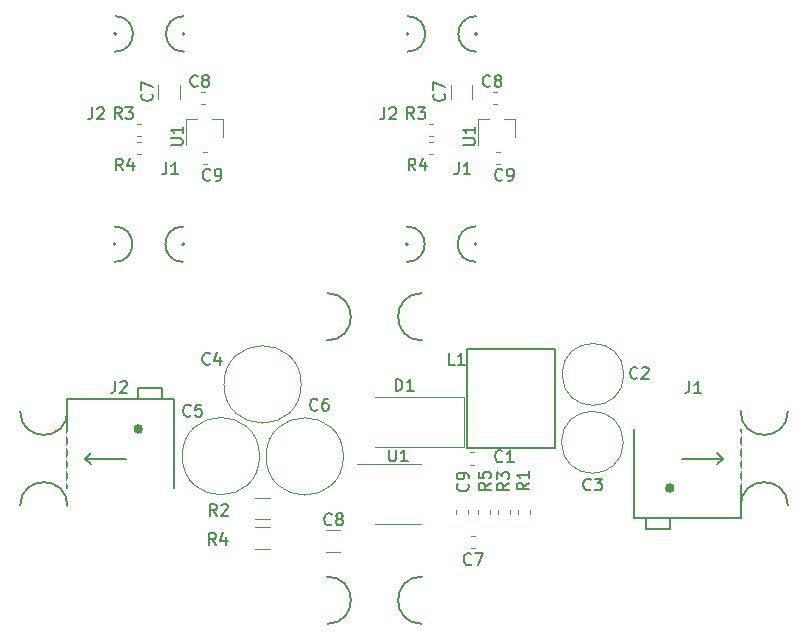
<source format=gbr>
%TF.GenerationSoftware,KiCad,Pcbnew,(5.1.0-1220-ga833aeeac)*%
%TF.CreationDate,2019-07-10T01:08:44+03:00*%
%TF.ProjectId,proto_II_panel,70726f74-6f5f-4494-995f-70616e656c2e,rev?*%
%TF.SameCoordinates,Original*%
%TF.FileFunction,Legend,Top*%
%TF.FilePolarity,Positive*%
%FSLAX46Y46*%
G04 Gerber Fmt 4.6, Leading zero omitted, Abs format (unit mm)*
G04 Created by KiCad (PCBNEW (5.1.0-1220-ga833aeeac)) date 2019-07-10 01:08:44*
%MOMM*%
%LPD*%
G04 APERTURE LIST*
%ADD10C,0.150000*%
%ADD11C,0.120000*%
%ADD12C,0.400000*%
%ADD13C,0.500000*%
%ADD14C,0.160000*%
%ADD15C,0.950000*%
%ADD16C,0.875000*%
%ADD17R,0.800000X0.900000*%
%ADD18C,1.000000*%
%ADD19C,1.425000*%
%ADD20R,4.000000X1.000000*%
%ADD21C,0.650000*%
%ADD22C,0.600000*%
%ADD23R,2.200000X1.600000*%
%ADD24C,1.524000*%
%ADD25C,1.676868*%
%ADD26C,1.600000*%
G04 APERTURE END LIST*
D10*
X80900000Y-54550000D02*
G75*
G03X80900000Y-54550000I-100000J0D01*
G01*
X86700000Y-54550000D02*
G75*
G03X86700000Y-54550000I-100000J0D01*
G01*
X86600000Y-56050000D02*
G75*
G02X86600000Y-53050000I0J1500000D01*
G01*
X80800000Y-53050000D02*
G75*
G02X80800000Y-56050000I0J-1500000D01*
G01*
X86650000Y-72350000D02*
G75*
G03X86650000Y-72350000I-100000J0D01*
G01*
X80850000Y-72350000D02*
G75*
G03X80850000Y-72350000I-100000J0D01*
G01*
X80750000Y-70850000D02*
G75*
G02X80750000Y-73850000I0J-1500000D01*
G01*
X86550000Y-73850000D02*
G75*
G02X86550000Y-70850000I0J1500000D01*
G01*
D11*
X82653733Y-64685000D02*
X82996267Y-64685000D01*
X82653733Y-63665000D02*
X82996267Y-63665000D01*
X82653733Y-63160000D02*
X82996267Y-63160000D01*
X82653733Y-62140000D02*
X82996267Y-62140000D01*
X88049722Y-60485000D02*
X88375280Y-60485000D01*
X88049722Y-59465000D02*
X88375280Y-59465000D01*
X88587779Y-64540000D02*
X88262221Y-64540000D01*
X88587779Y-65560000D02*
X88262221Y-65560000D01*
X89915356Y-61790000D02*
X89915356Y-63250000D01*
X86755356Y-61790000D02*
X86755356Y-63950000D01*
X86755356Y-61790000D02*
X87685356Y-61790000D01*
X89915356Y-61790000D02*
X88985356Y-61790000D01*
X86260000Y-60039564D02*
X86260000Y-58835436D01*
X84440000Y-60039564D02*
X84440000Y-58835436D01*
D10*
X56050000Y-53050000D02*
G75*
G02X56050000Y-56050000I0J-1500000D01*
G01*
X61850000Y-56050000D02*
G75*
G02X61850000Y-53050000I0J1500000D01*
G01*
X61950000Y-54550000D02*
G75*
G03X61950000Y-54550000I-100000J0D01*
G01*
X56150000Y-54550000D02*
G75*
G03X56150000Y-54550000I-100000J0D01*
G01*
X61800000Y-73850000D02*
G75*
G02X61800000Y-70850000I0J1500000D01*
G01*
X56000000Y-70850000D02*
G75*
G02X56000000Y-73850000I0J-1500000D01*
G01*
X56100000Y-72350000D02*
G75*
G03X56100000Y-72350000I-100000J0D01*
G01*
X61900000Y-72350000D02*
G75*
G03X61900000Y-72350000I-100000J0D01*
G01*
D11*
X59690000Y-60039564D02*
X59690000Y-58835436D01*
X61510000Y-60039564D02*
X61510000Y-58835436D01*
X65165356Y-61790000D02*
X64235356Y-61790000D01*
X62005356Y-61790000D02*
X62935356Y-61790000D01*
X62005356Y-61790000D02*
X62005356Y-63950000D01*
X65165356Y-61790000D02*
X65165356Y-63250000D01*
X63837779Y-65560000D02*
X63512221Y-65560000D01*
X63837779Y-64540000D02*
X63512221Y-64540000D01*
X63299722Y-59465000D02*
X63625280Y-59465000D01*
X63299722Y-60485000D02*
X63625280Y-60485000D01*
X57903733Y-62140000D02*
X58246267Y-62140000D01*
X57903733Y-63160000D02*
X58246267Y-63160000D01*
X57903733Y-63665000D02*
X58246267Y-63665000D01*
X57903733Y-64685000D02*
X58246267Y-64685000D01*
D10*
X74000000Y-100500000D02*
G75*
G02X74000000Y-104500000I0J-2000000D01*
G01*
X82000000Y-104500000D02*
G75*
G02X82000000Y-100500000I0J2000000D01*
G01*
X82000000Y-80500000D02*
G75*
G02X82000000Y-76500000I0J2000000D01*
G01*
X74000000Y-76500000D02*
G75*
G02X74000000Y-80500000I0J-2000000D01*
G01*
X109000000Y-94500000D02*
G75*
G02X113000000Y-94500000I2000000J0D01*
G01*
X113000000Y-86500000D02*
G75*
G02X109000000Y-86500000I-2000000J0D01*
G01*
X52000000Y-86500000D02*
G75*
G02X48000000Y-86500000I-2000000J0D01*
G01*
X48000000Y-94500000D02*
G75*
G02X52000000Y-94500000I2000000J0D01*
G01*
D11*
X80000000Y-90940000D02*
X76550000Y-90940000D01*
X80000000Y-90940000D02*
X81950000Y-90940000D01*
X80000000Y-96060000D02*
X78050000Y-96060000D01*
X80000000Y-96060000D02*
X81950000Y-96060000D01*
X87760000Y-95196267D02*
X87760000Y-94853733D01*
X86740000Y-95196267D02*
X86740000Y-94853733D01*
X69114564Y-96340000D02*
X67910436Y-96340000D01*
X69114564Y-98160000D02*
X67910436Y-98160000D01*
X89460000Y-95196267D02*
X89460000Y-94853733D01*
X88440000Y-95196267D02*
X88440000Y-94853733D01*
X67910436Y-95660000D02*
X69114564Y-95660000D01*
X67910436Y-93840000D02*
X69114564Y-93840000D01*
X90190000Y-94853733D02*
X90190000Y-95196267D01*
X91210000Y-94853733D02*
X91210000Y-95196267D01*
D10*
X85850000Y-81250000D02*
X93250000Y-81250000D01*
X93250000Y-89650000D02*
X85850000Y-89650000D01*
X93250000Y-81250000D02*
X93250000Y-89650000D01*
X85850000Y-89650000D02*
X85850000Y-81250000D01*
X58000000Y-84500000D02*
X58000000Y-85500000D01*
X60000000Y-84500000D02*
X58000000Y-84500000D01*
X60000000Y-85500000D02*
X60000000Y-84500000D01*
X61000000Y-85500000D02*
X52000000Y-85500000D01*
X52000000Y-85500000D02*
X52000000Y-93000000D01*
X61000000Y-85500000D02*
X61000000Y-93000000D01*
D12*
X58200000Y-88000000D02*
G75*
G03X58200000Y-88000000I-200000J0D01*
G01*
D10*
X57000000Y-90500000D02*
X53500000Y-90500000D01*
X53500000Y-90500000D02*
X54000000Y-90000000D01*
X54000000Y-90000000D02*
X53500000Y-90500000D01*
X53500000Y-90500000D02*
X54000000Y-91000000D01*
X103000000Y-96500000D02*
X103000000Y-95500000D01*
X101000000Y-96500000D02*
X103000000Y-96500000D01*
X101000000Y-95500000D02*
X101000000Y-96500000D01*
X100000000Y-95500000D02*
X109000000Y-95500000D01*
X109000000Y-95500000D02*
X109000000Y-88000000D01*
X100000000Y-95500000D02*
X100000000Y-88000000D01*
D12*
X103200000Y-93000000D02*
G75*
G03X103200000Y-93000000I-200000J0D01*
G01*
D10*
X104000000Y-90500000D02*
X107500000Y-90500000D01*
X107500000Y-90500000D02*
X107000000Y-91000000D01*
X107000000Y-91000000D02*
X107500000Y-90500000D01*
X107500000Y-90500000D02*
X107000000Y-90000000D01*
D11*
X85575000Y-89550000D02*
X78025000Y-89550000D01*
X85575000Y-85250000D02*
X78025000Y-85250000D01*
X85575000Y-89550000D02*
X85575000Y-85250000D01*
X85935000Y-95196267D02*
X85935000Y-94853733D01*
X84915000Y-95196267D02*
X84915000Y-94853733D01*
X75114564Y-96590000D02*
X73910436Y-96590000D01*
X75114564Y-98410000D02*
X73910436Y-98410000D01*
X86178733Y-98060000D02*
X86521267Y-98060000D01*
X86178733Y-97040000D02*
X86521267Y-97040000D01*
X75370000Y-90325000D02*
G75*
G03X75370000Y-90325000I-3270000J0D01*
G01*
X68270000Y-90300000D02*
G75*
G03X68270000Y-90300000I-3270000J0D01*
G01*
X71795000Y-84225000D02*
G75*
G03X71795000Y-84225000I-3270000J0D01*
G01*
X99070000Y-89125000D02*
G75*
G03X99070000Y-89125000I-2620000J0D01*
G01*
X99120000Y-83375000D02*
G75*
G03X99120000Y-83375000I-2620000J0D01*
G01*
X86446267Y-89990000D02*
X86103733Y-89990000D01*
X86446267Y-91010000D02*
X86103733Y-91010000D01*
D10*
X81458333Y-66102380D02*
X81125000Y-65626190D01*
X80886904Y-66102380D02*
X80886904Y-65102380D01*
X81267857Y-65102380D01*
X81363095Y-65150000D01*
X81410714Y-65197619D01*
X81458333Y-65292857D01*
X81458333Y-65435714D01*
X81410714Y-65530952D01*
X81363095Y-65578571D01*
X81267857Y-65626190D01*
X80886904Y-65626190D01*
X82315476Y-65435714D02*
X82315476Y-66102380D01*
X82077380Y-65054761D02*
X81839285Y-65769047D01*
X82458333Y-65769047D01*
X81333333Y-61752380D02*
X81000000Y-61276190D01*
X80761904Y-61752380D02*
X80761904Y-60752380D01*
X81142857Y-60752380D01*
X81238095Y-60800000D01*
X81285714Y-60847619D01*
X81333333Y-60942857D01*
X81333333Y-61085714D01*
X81285714Y-61180952D01*
X81238095Y-61228571D01*
X81142857Y-61276190D01*
X80761904Y-61276190D01*
X81666666Y-60752380D02*
X82285714Y-60752380D01*
X81952380Y-61133333D01*
X82095238Y-61133333D01*
X82190476Y-61180952D01*
X82238095Y-61228571D01*
X82285714Y-61323809D01*
X82285714Y-61561904D01*
X82238095Y-61657142D01*
X82190476Y-61704761D01*
X82095238Y-61752380D01*
X81809523Y-61752380D01*
X81714285Y-61704761D01*
X81666666Y-61657142D01*
X87783333Y-58932142D02*
X87735714Y-58979761D01*
X87592857Y-59027380D01*
X87497619Y-59027380D01*
X87354761Y-58979761D01*
X87259523Y-58884523D01*
X87211904Y-58789285D01*
X87164285Y-58598809D01*
X87164285Y-58455952D01*
X87211904Y-58265476D01*
X87259523Y-58170238D01*
X87354761Y-58075000D01*
X87497619Y-58027380D01*
X87592857Y-58027380D01*
X87735714Y-58075000D01*
X87783333Y-58122619D01*
X88354761Y-58455952D02*
X88259523Y-58408333D01*
X88211904Y-58360714D01*
X88164285Y-58265476D01*
X88164285Y-58217857D01*
X88211904Y-58122619D01*
X88259523Y-58075000D01*
X88354761Y-58027380D01*
X88545238Y-58027380D01*
X88640476Y-58075000D01*
X88688095Y-58122619D01*
X88735714Y-58217857D01*
X88735714Y-58265476D01*
X88688095Y-58360714D01*
X88640476Y-58408333D01*
X88545238Y-58455952D01*
X88354761Y-58455952D01*
X88259523Y-58503571D01*
X88211904Y-58551190D01*
X88164285Y-58646428D01*
X88164285Y-58836904D01*
X88211904Y-58932142D01*
X88259523Y-58979761D01*
X88354761Y-59027380D01*
X88545238Y-59027380D01*
X88640476Y-58979761D01*
X88688095Y-58932142D01*
X88735714Y-58836904D01*
X88735714Y-58646428D01*
X88688095Y-58551190D01*
X88640476Y-58503571D01*
X88545238Y-58455952D01*
X88833333Y-66882142D02*
X88785714Y-66929761D01*
X88642857Y-66977380D01*
X88547619Y-66977380D01*
X88404761Y-66929761D01*
X88309523Y-66834523D01*
X88261904Y-66739285D01*
X88214285Y-66548809D01*
X88214285Y-66405952D01*
X88261904Y-66215476D01*
X88309523Y-66120238D01*
X88404761Y-66025000D01*
X88547619Y-65977380D01*
X88642857Y-65977380D01*
X88785714Y-66025000D01*
X88833333Y-66072619D01*
X89309523Y-66977380D02*
X89500000Y-66977380D01*
X89595238Y-66929761D01*
X89642857Y-66882142D01*
X89738095Y-66739285D01*
X89785714Y-66548809D01*
X89785714Y-66167857D01*
X89738095Y-66072619D01*
X89690476Y-66025000D01*
X89595238Y-65977380D01*
X89404761Y-65977380D01*
X89309523Y-66025000D01*
X89261904Y-66072619D01*
X89214285Y-66167857D01*
X89214285Y-66405952D01*
X89261904Y-66501190D01*
X89309523Y-66548809D01*
X89404761Y-66596428D01*
X89595238Y-66596428D01*
X89690476Y-66548809D01*
X89738095Y-66501190D01*
X89785714Y-66405952D01*
X85502380Y-63961904D02*
X86311904Y-63961904D01*
X86407142Y-63914285D01*
X86454761Y-63866666D01*
X86502380Y-63771428D01*
X86502380Y-63580952D01*
X86454761Y-63485714D01*
X86407142Y-63438095D01*
X86311904Y-63390476D01*
X85502380Y-63390476D01*
X86502380Y-62390476D02*
X86502380Y-62961904D01*
X86502380Y-62676190D02*
X85502380Y-62676190D01*
X85645238Y-62771428D01*
X85740476Y-62866666D01*
X85788095Y-62961904D01*
X83887142Y-59604166D02*
X83934761Y-59651785D01*
X83982380Y-59794642D01*
X83982380Y-59889880D01*
X83934761Y-60032738D01*
X83839523Y-60127976D01*
X83744285Y-60175595D01*
X83553809Y-60223214D01*
X83410952Y-60223214D01*
X83220476Y-60175595D01*
X83125238Y-60127976D01*
X83030000Y-60032738D01*
X82982380Y-59889880D01*
X82982380Y-59794642D01*
X83030000Y-59651785D01*
X83077619Y-59604166D01*
X82982380Y-59270833D02*
X82982380Y-58604166D01*
X83982380Y-59032738D01*
X78841666Y-60777380D02*
X78841666Y-61491666D01*
X78794047Y-61634523D01*
X78698809Y-61729761D01*
X78555952Y-61777380D01*
X78460714Y-61777380D01*
X79270238Y-60872619D02*
X79317857Y-60825000D01*
X79413095Y-60777380D01*
X79651190Y-60777380D01*
X79746428Y-60825000D01*
X79794047Y-60872619D01*
X79841666Y-60967857D01*
X79841666Y-61063095D01*
X79794047Y-61205952D01*
X79222619Y-61777380D01*
X79841666Y-61777380D01*
X85116666Y-65427380D02*
X85116666Y-66141666D01*
X85069047Y-66284523D01*
X84973809Y-66379761D01*
X84830952Y-66427380D01*
X84735714Y-66427380D01*
X86116666Y-66427380D02*
X85545238Y-66427380D01*
X85830952Y-66427380D02*
X85830952Y-65427380D01*
X85735714Y-65570238D01*
X85640476Y-65665476D01*
X85545238Y-65713095D01*
X60366666Y-65427380D02*
X60366666Y-66141666D01*
X60319047Y-66284523D01*
X60223809Y-66379761D01*
X60080952Y-66427380D01*
X59985714Y-66427380D01*
X61366666Y-66427380D02*
X60795238Y-66427380D01*
X61080952Y-66427380D02*
X61080952Y-65427380D01*
X60985714Y-65570238D01*
X60890476Y-65665476D01*
X60795238Y-65713095D01*
X54091666Y-60777380D02*
X54091666Y-61491666D01*
X54044047Y-61634523D01*
X53948809Y-61729761D01*
X53805952Y-61777380D01*
X53710714Y-61777380D01*
X54520238Y-60872619D02*
X54567857Y-60825000D01*
X54663095Y-60777380D01*
X54901190Y-60777380D01*
X54996428Y-60825000D01*
X55044047Y-60872619D01*
X55091666Y-60967857D01*
X55091666Y-61063095D01*
X55044047Y-61205952D01*
X54472619Y-61777380D01*
X55091666Y-61777380D01*
X59137142Y-59604166D02*
X59184761Y-59651785D01*
X59232380Y-59794642D01*
X59232380Y-59889880D01*
X59184761Y-60032738D01*
X59089523Y-60127976D01*
X58994285Y-60175595D01*
X58803809Y-60223214D01*
X58660952Y-60223214D01*
X58470476Y-60175595D01*
X58375238Y-60127976D01*
X58280000Y-60032738D01*
X58232380Y-59889880D01*
X58232380Y-59794642D01*
X58280000Y-59651785D01*
X58327619Y-59604166D01*
X58232380Y-59270833D02*
X58232380Y-58604166D01*
X59232380Y-59032738D01*
X60752380Y-63961904D02*
X61561904Y-63961904D01*
X61657142Y-63914285D01*
X61704761Y-63866666D01*
X61752380Y-63771428D01*
X61752380Y-63580952D01*
X61704761Y-63485714D01*
X61657142Y-63438095D01*
X61561904Y-63390476D01*
X60752380Y-63390476D01*
X61752380Y-62390476D02*
X61752380Y-62961904D01*
X61752380Y-62676190D02*
X60752380Y-62676190D01*
X60895238Y-62771428D01*
X60990476Y-62866666D01*
X61038095Y-62961904D01*
X64083333Y-66882142D02*
X64035714Y-66929761D01*
X63892857Y-66977380D01*
X63797619Y-66977380D01*
X63654761Y-66929761D01*
X63559523Y-66834523D01*
X63511904Y-66739285D01*
X63464285Y-66548809D01*
X63464285Y-66405952D01*
X63511904Y-66215476D01*
X63559523Y-66120238D01*
X63654761Y-66025000D01*
X63797619Y-65977380D01*
X63892857Y-65977380D01*
X64035714Y-66025000D01*
X64083333Y-66072619D01*
X64559523Y-66977380D02*
X64750000Y-66977380D01*
X64845238Y-66929761D01*
X64892857Y-66882142D01*
X64988095Y-66739285D01*
X65035714Y-66548809D01*
X65035714Y-66167857D01*
X64988095Y-66072619D01*
X64940476Y-66025000D01*
X64845238Y-65977380D01*
X64654761Y-65977380D01*
X64559523Y-66025000D01*
X64511904Y-66072619D01*
X64464285Y-66167857D01*
X64464285Y-66405952D01*
X64511904Y-66501190D01*
X64559523Y-66548809D01*
X64654761Y-66596428D01*
X64845238Y-66596428D01*
X64940476Y-66548809D01*
X64988095Y-66501190D01*
X65035714Y-66405952D01*
X63033333Y-58932142D02*
X62985714Y-58979761D01*
X62842857Y-59027380D01*
X62747619Y-59027380D01*
X62604761Y-58979761D01*
X62509523Y-58884523D01*
X62461904Y-58789285D01*
X62414285Y-58598809D01*
X62414285Y-58455952D01*
X62461904Y-58265476D01*
X62509523Y-58170238D01*
X62604761Y-58075000D01*
X62747619Y-58027380D01*
X62842857Y-58027380D01*
X62985714Y-58075000D01*
X63033333Y-58122619D01*
X63604761Y-58455952D02*
X63509523Y-58408333D01*
X63461904Y-58360714D01*
X63414285Y-58265476D01*
X63414285Y-58217857D01*
X63461904Y-58122619D01*
X63509523Y-58075000D01*
X63604761Y-58027380D01*
X63795238Y-58027380D01*
X63890476Y-58075000D01*
X63938095Y-58122619D01*
X63985714Y-58217857D01*
X63985714Y-58265476D01*
X63938095Y-58360714D01*
X63890476Y-58408333D01*
X63795238Y-58455952D01*
X63604761Y-58455952D01*
X63509523Y-58503571D01*
X63461904Y-58551190D01*
X63414285Y-58646428D01*
X63414285Y-58836904D01*
X63461904Y-58932142D01*
X63509523Y-58979761D01*
X63604761Y-59027380D01*
X63795238Y-59027380D01*
X63890476Y-58979761D01*
X63938095Y-58932142D01*
X63985714Y-58836904D01*
X63985714Y-58646428D01*
X63938095Y-58551190D01*
X63890476Y-58503571D01*
X63795238Y-58455952D01*
X56583333Y-61752380D02*
X56250000Y-61276190D01*
X56011904Y-61752380D02*
X56011904Y-60752380D01*
X56392857Y-60752380D01*
X56488095Y-60800000D01*
X56535714Y-60847619D01*
X56583333Y-60942857D01*
X56583333Y-61085714D01*
X56535714Y-61180952D01*
X56488095Y-61228571D01*
X56392857Y-61276190D01*
X56011904Y-61276190D01*
X56916666Y-60752380D02*
X57535714Y-60752380D01*
X57202380Y-61133333D01*
X57345238Y-61133333D01*
X57440476Y-61180952D01*
X57488095Y-61228571D01*
X57535714Y-61323809D01*
X57535714Y-61561904D01*
X57488095Y-61657142D01*
X57440476Y-61704761D01*
X57345238Y-61752380D01*
X57059523Y-61752380D01*
X56964285Y-61704761D01*
X56916666Y-61657142D01*
X56708333Y-66102380D02*
X56375000Y-65626190D01*
X56136904Y-66102380D02*
X56136904Y-65102380D01*
X56517857Y-65102380D01*
X56613095Y-65150000D01*
X56660714Y-65197619D01*
X56708333Y-65292857D01*
X56708333Y-65435714D01*
X56660714Y-65530952D01*
X56613095Y-65578571D01*
X56517857Y-65626190D01*
X56136904Y-65626190D01*
X57565476Y-65435714D02*
X57565476Y-66102380D01*
X57327380Y-65054761D02*
X57089285Y-65769047D01*
X57708333Y-65769047D01*
X79238095Y-89752380D02*
X79238095Y-90561904D01*
X79285714Y-90657142D01*
X79333333Y-90704761D01*
X79428571Y-90752380D01*
X79619047Y-90752380D01*
X79714285Y-90704761D01*
X79761904Y-90657142D01*
X79809523Y-90561904D01*
X79809523Y-89752380D01*
X80809523Y-90752380D02*
X80238095Y-90752380D01*
X80523809Y-90752380D02*
X80523809Y-89752380D01*
X80428571Y-89895238D01*
X80333333Y-89990476D01*
X80238095Y-90038095D01*
X87827380Y-92566666D02*
X87351190Y-92900000D01*
X87827380Y-93138095D02*
X86827380Y-93138095D01*
X86827380Y-92757142D01*
X86875000Y-92661904D01*
X86922619Y-92614285D01*
X87017857Y-92566666D01*
X87160714Y-92566666D01*
X87255952Y-92614285D01*
X87303571Y-92661904D01*
X87351190Y-92757142D01*
X87351190Y-93138095D01*
X86827380Y-91661904D02*
X86827380Y-92138095D01*
X87303571Y-92185714D01*
X87255952Y-92138095D01*
X87208333Y-92042857D01*
X87208333Y-91804761D01*
X87255952Y-91709523D01*
X87303571Y-91661904D01*
X87398809Y-91614285D01*
X87636904Y-91614285D01*
X87732142Y-91661904D01*
X87779761Y-91709523D01*
X87827380Y-91804761D01*
X87827380Y-92042857D01*
X87779761Y-92138095D01*
X87732142Y-92185714D01*
X64570833Y-97802380D02*
X64237500Y-97326190D01*
X63999404Y-97802380D02*
X63999404Y-96802380D01*
X64380357Y-96802380D01*
X64475595Y-96850000D01*
X64523214Y-96897619D01*
X64570833Y-96992857D01*
X64570833Y-97135714D01*
X64523214Y-97230952D01*
X64475595Y-97278571D01*
X64380357Y-97326190D01*
X63999404Y-97326190D01*
X65427976Y-97135714D02*
X65427976Y-97802380D01*
X65189880Y-96754761D02*
X64951785Y-97469047D01*
X65570833Y-97469047D01*
X89377380Y-92591666D02*
X88901190Y-92925000D01*
X89377380Y-93163095D02*
X88377380Y-93163095D01*
X88377380Y-92782142D01*
X88425000Y-92686904D01*
X88472619Y-92639285D01*
X88567857Y-92591666D01*
X88710714Y-92591666D01*
X88805952Y-92639285D01*
X88853571Y-92686904D01*
X88901190Y-92782142D01*
X88901190Y-93163095D01*
X88377380Y-92258333D02*
X88377380Y-91639285D01*
X88758333Y-91972619D01*
X88758333Y-91829761D01*
X88805952Y-91734523D01*
X88853571Y-91686904D01*
X88948809Y-91639285D01*
X89186904Y-91639285D01*
X89282142Y-91686904D01*
X89329761Y-91734523D01*
X89377380Y-91829761D01*
X89377380Y-92115476D01*
X89329761Y-92210714D01*
X89282142Y-92258333D01*
X64645833Y-95352380D02*
X64312500Y-94876190D01*
X64074404Y-95352380D02*
X64074404Y-94352380D01*
X64455357Y-94352380D01*
X64550595Y-94400000D01*
X64598214Y-94447619D01*
X64645833Y-94542857D01*
X64645833Y-94685714D01*
X64598214Y-94780952D01*
X64550595Y-94828571D01*
X64455357Y-94876190D01*
X64074404Y-94876190D01*
X65026785Y-94447619D02*
X65074404Y-94400000D01*
X65169642Y-94352380D01*
X65407738Y-94352380D01*
X65502976Y-94400000D01*
X65550595Y-94447619D01*
X65598214Y-94542857D01*
X65598214Y-94638095D01*
X65550595Y-94780952D01*
X64979166Y-95352380D01*
X65598214Y-95352380D01*
X91052380Y-92541666D02*
X90576190Y-92875000D01*
X91052380Y-93113095D02*
X90052380Y-93113095D01*
X90052380Y-92732142D01*
X90100000Y-92636904D01*
X90147619Y-92589285D01*
X90242857Y-92541666D01*
X90385714Y-92541666D01*
X90480952Y-92589285D01*
X90528571Y-92636904D01*
X90576190Y-92732142D01*
X90576190Y-93113095D01*
X91052380Y-91589285D02*
X91052380Y-92160714D01*
X91052380Y-91875000D02*
X90052380Y-91875000D01*
X90195238Y-91970238D01*
X90290476Y-92065476D01*
X90338095Y-92160714D01*
X84783333Y-82552380D02*
X84307142Y-82552380D01*
X84307142Y-81552380D01*
X85640476Y-82552380D02*
X85069047Y-82552380D01*
X85354761Y-82552380D02*
X85354761Y-81552380D01*
X85259523Y-81695238D01*
X85164285Y-81790476D01*
X85069047Y-81838095D01*
X56041666Y-83952380D02*
X56041666Y-84666666D01*
X55994047Y-84809523D01*
X55898809Y-84904761D01*
X55755952Y-84952380D01*
X55660714Y-84952380D01*
X56470238Y-84047619D02*
X56517857Y-84000000D01*
X56613095Y-83952380D01*
X56851190Y-83952380D01*
X56946428Y-84000000D01*
X56994047Y-84047619D01*
X57041666Y-84142857D01*
X57041666Y-84238095D01*
X56994047Y-84380952D01*
X56422619Y-84952380D01*
X57041666Y-84952380D01*
X104666666Y-83952380D02*
X104666666Y-84666666D01*
X104619047Y-84809523D01*
X104523809Y-84904761D01*
X104380952Y-84952380D01*
X104285714Y-84952380D01*
X105666666Y-84952380D02*
X105095238Y-84952380D01*
X105380952Y-84952380D02*
X105380952Y-83952380D01*
X105285714Y-84095238D01*
X105190476Y-84190476D01*
X105095238Y-84238095D01*
X79786904Y-84777380D02*
X79786904Y-83777380D01*
X80025000Y-83777380D01*
X80167857Y-83825000D01*
X80263095Y-83920238D01*
X80310714Y-84015476D01*
X80358333Y-84205952D01*
X80358333Y-84348809D01*
X80310714Y-84539285D01*
X80263095Y-84634523D01*
X80167857Y-84729761D01*
X80025000Y-84777380D01*
X79786904Y-84777380D01*
X81310714Y-84777380D02*
X80739285Y-84777380D01*
X81025000Y-84777380D02*
X81025000Y-83777380D01*
X80929761Y-83920238D01*
X80834523Y-84015476D01*
X80739285Y-84063095D01*
X85882142Y-92641666D02*
X85929761Y-92689285D01*
X85977380Y-92832142D01*
X85977380Y-92927380D01*
X85929761Y-93070238D01*
X85834523Y-93165476D01*
X85739285Y-93213095D01*
X85548809Y-93260714D01*
X85405952Y-93260714D01*
X85215476Y-93213095D01*
X85120238Y-93165476D01*
X85025000Y-93070238D01*
X84977380Y-92927380D01*
X84977380Y-92832142D01*
X85025000Y-92689285D01*
X85072619Y-92641666D01*
X85977380Y-92165476D02*
X85977380Y-91975000D01*
X85929761Y-91879761D01*
X85882142Y-91832142D01*
X85739285Y-91736904D01*
X85548809Y-91689285D01*
X85167857Y-91689285D01*
X85072619Y-91736904D01*
X85025000Y-91784523D01*
X84977380Y-91879761D01*
X84977380Y-92070238D01*
X85025000Y-92165476D01*
X85072619Y-92213095D01*
X85167857Y-92260714D01*
X85405952Y-92260714D01*
X85501190Y-92213095D01*
X85548809Y-92165476D01*
X85596428Y-92070238D01*
X85596428Y-91879761D01*
X85548809Y-91784523D01*
X85501190Y-91736904D01*
X85405952Y-91689285D01*
X74370833Y-96057142D02*
X74323214Y-96104761D01*
X74180357Y-96152380D01*
X74085119Y-96152380D01*
X73942261Y-96104761D01*
X73847023Y-96009523D01*
X73799404Y-95914285D01*
X73751785Y-95723809D01*
X73751785Y-95580952D01*
X73799404Y-95390476D01*
X73847023Y-95295238D01*
X73942261Y-95200000D01*
X74085119Y-95152380D01*
X74180357Y-95152380D01*
X74323214Y-95200000D01*
X74370833Y-95247619D01*
X74942261Y-95580952D02*
X74847023Y-95533333D01*
X74799404Y-95485714D01*
X74751785Y-95390476D01*
X74751785Y-95342857D01*
X74799404Y-95247619D01*
X74847023Y-95200000D01*
X74942261Y-95152380D01*
X75132738Y-95152380D01*
X75227976Y-95200000D01*
X75275595Y-95247619D01*
X75323214Y-95342857D01*
X75323214Y-95390476D01*
X75275595Y-95485714D01*
X75227976Y-95533333D01*
X75132738Y-95580952D01*
X74942261Y-95580952D01*
X74847023Y-95628571D01*
X74799404Y-95676190D01*
X74751785Y-95771428D01*
X74751785Y-95961904D01*
X74799404Y-96057142D01*
X74847023Y-96104761D01*
X74942261Y-96152380D01*
X75132738Y-96152380D01*
X75227976Y-96104761D01*
X75275595Y-96057142D01*
X75323214Y-95961904D01*
X75323214Y-95771428D01*
X75275595Y-95676190D01*
X75227976Y-95628571D01*
X75132738Y-95580952D01*
X86183333Y-99432142D02*
X86135714Y-99479761D01*
X85992857Y-99527380D01*
X85897619Y-99527380D01*
X85754761Y-99479761D01*
X85659523Y-99384523D01*
X85611904Y-99289285D01*
X85564285Y-99098809D01*
X85564285Y-98955952D01*
X85611904Y-98765476D01*
X85659523Y-98670238D01*
X85754761Y-98575000D01*
X85897619Y-98527380D01*
X85992857Y-98527380D01*
X86135714Y-98575000D01*
X86183333Y-98622619D01*
X86516666Y-98527380D02*
X87183333Y-98527380D01*
X86754761Y-99527380D01*
X73173333Y-86347142D02*
X73125714Y-86394761D01*
X72982857Y-86442380D01*
X72887619Y-86442380D01*
X72744761Y-86394761D01*
X72649523Y-86299523D01*
X72601904Y-86204285D01*
X72554285Y-86013809D01*
X72554285Y-85870952D01*
X72601904Y-85680476D01*
X72649523Y-85585238D01*
X72744761Y-85490000D01*
X72887619Y-85442380D01*
X72982857Y-85442380D01*
X73125714Y-85490000D01*
X73173333Y-85537619D01*
X74030476Y-85442380D02*
X73840000Y-85442380D01*
X73744761Y-85490000D01*
X73697142Y-85537619D01*
X73601904Y-85680476D01*
X73554285Y-85870952D01*
X73554285Y-86251904D01*
X73601904Y-86347142D01*
X73649523Y-86394761D01*
X73744761Y-86442380D01*
X73935238Y-86442380D01*
X74030476Y-86394761D01*
X74078095Y-86347142D01*
X74125714Y-86251904D01*
X74125714Y-86013809D01*
X74078095Y-85918571D01*
X74030476Y-85870952D01*
X73935238Y-85823333D01*
X73744761Y-85823333D01*
X73649523Y-85870952D01*
X73601904Y-85918571D01*
X73554285Y-86013809D01*
X62433333Y-86857142D02*
X62385714Y-86904761D01*
X62242857Y-86952380D01*
X62147619Y-86952380D01*
X62004761Y-86904761D01*
X61909523Y-86809523D01*
X61861904Y-86714285D01*
X61814285Y-86523809D01*
X61814285Y-86380952D01*
X61861904Y-86190476D01*
X61909523Y-86095238D01*
X62004761Y-86000000D01*
X62147619Y-85952380D01*
X62242857Y-85952380D01*
X62385714Y-86000000D01*
X62433333Y-86047619D01*
X63338095Y-85952380D02*
X62861904Y-85952380D01*
X62814285Y-86428571D01*
X62861904Y-86380952D01*
X62957142Y-86333333D01*
X63195238Y-86333333D01*
X63290476Y-86380952D01*
X63338095Y-86428571D01*
X63385714Y-86523809D01*
X63385714Y-86761904D01*
X63338095Y-86857142D01*
X63290476Y-86904761D01*
X63195238Y-86952380D01*
X62957142Y-86952380D01*
X62861904Y-86904761D01*
X62814285Y-86857142D01*
X64058333Y-82457142D02*
X64010714Y-82504761D01*
X63867857Y-82552380D01*
X63772619Y-82552380D01*
X63629761Y-82504761D01*
X63534523Y-82409523D01*
X63486904Y-82314285D01*
X63439285Y-82123809D01*
X63439285Y-81980952D01*
X63486904Y-81790476D01*
X63534523Y-81695238D01*
X63629761Y-81600000D01*
X63772619Y-81552380D01*
X63867857Y-81552380D01*
X64010714Y-81600000D01*
X64058333Y-81647619D01*
X64915476Y-81885714D02*
X64915476Y-82552380D01*
X64677380Y-81504761D02*
X64439285Y-82219047D01*
X65058333Y-82219047D01*
X96308333Y-93107142D02*
X96260714Y-93154761D01*
X96117857Y-93202380D01*
X96022619Y-93202380D01*
X95879761Y-93154761D01*
X95784523Y-93059523D01*
X95736904Y-92964285D01*
X95689285Y-92773809D01*
X95689285Y-92630952D01*
X95736904Y-92440476D01*
X95784523Y-92345238D01*
X95879761Y-92250000D01*
X96022619Y-92202380D01*
X96117857Y-92202380D01*
X96260714Y-92250000D01*
X96308333Y-92297619D01*
X96641666Y-92202380D02*
X97260714Y-92202380D01*
X96927380Y-92583333D01*
X97070238Y-92583333D01*
X97165476Y-92630952D01*
X97213095Y-92678571D01*
X97260714Y-92773809D01*
X97260714Y-93011904D01*
X97213095Y-93107142D01*
X97165476Y-93154761D01*
X97070238Y-93202380D01*
X96784523Y-93202380D01*
X96689285Y-93154761D01*
X96641666Y-93107142D01*
X100258333Y-83657142D02*
X100210714Y-83704761D01*
X100067857Y-83752380D01*
X99972619Y-83752380D01*
X99829761Y-83704761D01*
X99734523Y-83609523D01*
X99686904Y-83514285D01*
X99639285Y-83323809D01*
X99639285Y-83180952D01*
X99686904Y-82990476D01*
X99734523Y-82895238D01*
X99829761Y-82800000D01*
X99972619Y-82752380D01*
X100067857Y-82752380D01*
X100210714Y-82800000D01*
X100258333Y-82847619D01*
X100639285Y-82847619D02*
X100686904Y-82800000D01*
X100782142Y-82752380D01*
X101020238Y-82752380D01*
X101115476Y-82800000D01*
X101163095Y-82847619D01*
X101210714Y-82942857D01*
X101210714Y-83038095D01*
X101163095Y-83180952D01*
X100591666Y-83752380D01*
X101210714Y-83752380D01*
X88833333Y-90707142D02*
X88785714Y-90754761D01*
X88642857Y-90802380D01*
X88547619Y-90802380D01*
X88404761Y-90754761D01*
X88309523Y-90659523D01*
X88261904Y-90564285D01*
X88214285Y-90373809D01*
X88214285Y-90230952D01*
X88261904Y-90040476D01*
X88309523Y-89945238D01*
X88404761Y-89850000D01*
X88547619Y-89802380D01*
X88642857Y-89802380D01*
X88785714Y-89850000D01*
X88833333Y-89897619D01*
X89785714Y-90802380D02*
X89214285Y-90802380D01*
X89500000Y-90802380D02*
X89500000Y-89802380D01*
X89404761Y-89945238D01*
X89309523Y-90040476D01*
X89214285Y-90088095D01*
%LPC*%
D13*
X83700000Y-56050000D03*
X84400000Y-56050000D03*
X85100000Y-56050000D03*
X83000000Y-56050000D03*
X82300000Y-56050000D03*
X85050000Y-70850000D03*
X84350000Y-70850000D03*
X82250000Y-70850000D03*
X82950000Y-70850000D03*
X83650000Y-70850000D03*
D14*
G36*
X82328387Y-63718079D02*
G01*
X82405438Y-63769562D01*
X82456921Y-63846613D01*
X82475000Y-63937500D01*
X82475000Y-64412500D01*
X82456921Y-64503387D01*
X82405438Y-64580438D01*
X82328387Y-64631921D01*
X82237500Y-64650000D01*
X81662500Y-64650000D01*
X81571613Y-64631921D01*
X81494562Y-64580438D01*
X81443079Y-64503387D01*
X81425000Y-64412500D01*
X81425000Y-63937500D01*
X81443079Y-63846613D01*
X81494562Y-63769562D01*
X81571613Y-63718079D01*
X81662500Y-63700000D01*
X82237500Y-63700000D01*
X82328387Y-63718079D01*
X82328387Y-63718079D01*
G37*
D15*
X81950000Y-64175000D03*
D14*
G36*
X84078387Y-63718079D02*
G01*
X84155438Y-63769562D01*
X84206921Y-63846613D01*
X84225000Y-63937500D01*
X84225000Y-64412500D01*
X84206921Y-64503387D01*
X84155438Y-64580438D01*
X84078387Y-64631921D01*
X83987500Y-64650000D01*
X83412500Y-64650000D01*
X83321613Y-64631921D01*
X83244562Y-64580438D01*
X83193079Y-64503387D01*
X83175000Y-64412500D01*
X83175000Y-63937500D01*
X83193079Y-63846613D01*
X83244562Y-63769562D01*
X83321613Y-63718079D01*
X83412500Y-63700000D01*
X83987500Y-63700000D01*
X84078387Y-63718079D01*
X84078387Y-63718079D01*
G37*
D15*
X83700000Y-64175000D03*
D14*
G36*
X82328387Y-62193079D02*
G01*
X82405438Y-62244562D01*
X82456921Y-62321613D01*
X82475000Y-62412500D01*
X82475000Y-62887500D01*
X82456921Y-62978387D01*
X82405438Y-63055438D01*
X82328387Y-63106921D01*
X82237500Y-63125000D01*
X81662500Y-63125000D01*
X81571613Y-63106921D01*
X81494562Y-63055438D01*
X81443079Y-62978387D01*
X81425000Y-62887500D01*
X81425000Y-62412500D01*
X81443079Y-62321613D01*
X81494562Y-62244562D01*
X81571613Y-62193079D01*
X81662500Y-62175000D01*
X82237500Y-62175000D01*
X82328387Y-62193079D01*
X82328387Y-62193079D01*
G37*
D15*
X81950000Y-62650000D03*
D14*
G36*
X84078387Y-62193079D02*
G01*
X84155438Y-62244562D01*
X84206921Y-62321613D01*
X84225000Y-62412500D01*
X84225000Y-62887500D01*
X84206921Y-62978387D01*
X84155438Y-63055438D01*
X84078387Y-63106921D01*
X83987500Y-63125000D01*
X83412500Y-63125000D01*
X83321613Y-63106921D01*
X83244562Y-63055438D01*
X83193079Y-62978387D01*
X83175000Y-62887500D01*
X83175000Y-62412500D01*
X83193079Y-62321613D01*
X83244562Y-62244562D01*
X83321613Y-62193079D01*
X83412500Y-62175000D01*
X83987500Y-62175000D01*
X84078387Y-62193079D01*
X84078387Y-62193079D01*
G37*
D15*
X83700000Y-62650000D03*
D14*
G36*
X87727463Y-59516651D02*
G01*
X87798431Y-59564070D01*
X87845850Y-59635038D01*
X87862501Y-59718750D01*
X87862501Y-60231250D01*
X87845850Y-60314962D01*
X87798431Y-60385930D01*
X87727463Y-60433349D01*
X87643751Y-60450000D01*
X87206251Y-60450000D01*
X87122539Y-60433349D01*
X87051571Y-60385930D01*
X87004152Y-60314962D01*
X86987501Y-60231250D01*
X86987501Y-59718750D01*
X87004152Y-59635038D01*
X87051571Y-59564070D01*
X87122539Y-59516651D01*
X87206251Y-59500000D01*
X87643751Y-59500000D01*
X87727463Y-59516651D01*
X87727463Y-59516651D01*
G37*
D16*
X87425001Y-59975000D03*
D14*
G36*
X89302463Y-59516651D02*
G01*
X89373431Y-59564070D01*
X89420850Y-59635038D01*
X89437501Y-59718750D01*
X89437501Y-60231250D01*
X89420850Y-60314962D01*
X89373431Y-60385930D01*
X89302463Y-60433349D01*
X89218751Y-60450000D01*
X88781251Y-60450000D01*
X88697539Y-60433349D01*
X88626571Y-60385930D01*
X88579152Y-60314962D01*
X88562501Y-60231250D01*
X88562501Y-59718750D01*
X88579152Y-59635038D01*
X88626571Y-59564070D01*
X88697539Y-59516651D01*
X88781251Y-59500000D01*
X89218751Y-59500000D01*
X89302463Y-59516651D01*
X89302463Y-59516651D01*
G37*
D16*
X89000001Y-59975000D03*
D14*
G36*
X89514962Y-64591651D02*
G01*
X89585930Y-64639070D01*
X89633349Y-64710038D01*
X89650000Y-64793750D01*
X89650000Y-65306250D01*
X89633349Y-65389962D01*
X89585930Y-65460930D01*
X89514962Y-65508349D01*
X89431250Y-65525000D01*
X88993750Y-65525000D01*
X88910038Y-65508349D01*
X88839070Y-65460930D01*
X88791651Y-65389962D01*
X88775000Y-65306250D01*
X88775000Y-64793750D01*
X88791651Y-64710038D01*
X88839070Y-64639070D01*
X88910038Y-64591651D01*
X88993750Y-64575000D01*
X89431250Y-64575000D01*
X89514962Y-64591651D01*
X89514962Y-64591651D01*
G37*
D16*
X89212500Y-65050000D03*
D14*
G36*
X87939962Y-64591651D02*
G01*
X88010930Y-64639070D01*
X88058349Y-64710038D01*
X88075000Y-64793750D01*
X88075000Y-65306250D01*
X88058349Y-65389962D01*
X88010930Y-65460930D01*
X87939962Y-65508349D01*
X87856250Y-65525000D01*
X87418750Y-65525000D01*
X87335038Y-65508349D01*
X87264070Y-65460930D01*
X87216651Y-65389962D01*
X87200000Y-65306250D01*
X87200000Y-64793750D01*
X87216651Y-64710038D01*
X87264070Y-64639070D01*
X87335038Y-64591651D01*
X87418750Y-64575000D01*
X87856250Y-64575000D01*
X87939962Y-64591651D01*
X87939962Y-64591651D01*
G37*
D16*
X87637500Y-65050000D03*
D17*
X87385356Y-63550000D03*
X89285356Y-63550000D03*
X88335356Y-61550000D03*
D18*
X82975000Y-60750000D03*
X77775000Y-60750000D03*
X82975000Y-65950000D03*
X77775000Y-65950000D03*
D14*
G36*
X86070671Y-60231530D02*
G01*
X86151777Y-60285723D01*
X86205970Y-60366829D01*
X86225000Y-60462500D01*
X86225000Y-61387500D01*
X86205970Y-61483171D01*
X86151777Y-61564277D01*
X86070671Y-61618470D01*
X85975000Y-61637500D01*
X84725000Y-61637500D01*
X84629329Y-61618470D01*
X84548223Y-61564277D01*
X84494030Y-61483171D01*
X84475000Y-61387500D01*
X84475000Y-60462500D01*
X84494030Y-60366829D01*
X84548223Y-60285723D01*
X84629329Y-60231530D01*
X84725000Y-60212500D01*
X85975000Y-60212500D01*
X86070671Y-60231530D01*
X86070671Y-60231530D01*
G37*
D19*
X85350000Y-60925000D03*
D14*
G36*
X86070671Y-57256530D02*
G01*
X86151777Y-57310723D01*
X86205970Y-57391829D01*
X86225000Y-57487500D01*
X86225000Y-58412500D01*
X86205970Y-58508171D01*
X86151777Y-58589277D01*
X86070671Y-58643470D01*
X85975000Y-58662500D01*
X84725000Y-58662500D01*
X84629329Y-58643470D01*
X84548223Y-58589277D01*
X84494030Y-58508171D01*
X84475000Y-58412500D01*
X84475000Y-57487500D01*
X84494030Y-57391829D01*
X84548223Y-57310723D01*
X84629329Y-57256530D01*
X84725000Y-57237500D01*
X85975000Y-57237500D01*
X86070671Y-57256530D01*
X86070671Y-57256530D01*
G37*
D19*
X85350000Y-57950000D03*
D20*
X78975000Y-62650000D03*
X78975000Y-64050000D03*
X85825000Y-68825000D03*
X85825000Y-67425000D03*
D13*
X57550000Y-56050000D03*
X58250000Y-56050000D03*
X60350000Y-56050000D03*
X59650000Y-56050000D03*
X58950000Y-56050000D03*
X58900000Y-70850000D03*
X58200000Y-70850000D03*
X57500000Y-70850000D03*
X59600000Y-70850000D03*
X60300000Y-70850000D03*
D20*
X61075000Y-67425000D03*
X61075000Y-68825000D03*
X54225000Y-64050000D03*
X54225000Y-62650000D03*
D14*
G36*
X61320671Y-57256530D02*
G01*
X61401777Y-57310723D01*
X61455970Y-57391829D01*
X61475000Y-57487500D01*
X61475000Y-58412500D01*
X61455970Y-58508171D01*
X61401777Y-58589277D01*
X61320671Y-58643470D01*
X61225000Y-58662500D01*
X59975000Y-58662500D01*
X59879329Y-58643470D01*
X59798223Y-58589277D01*
X59744030Y-58508171D01*
X59725000Y-58412500D01*
X59725000Y-57487500D01*
X59744030Y-57391829D01*
X59798223Y-57310723D01*
X59879329Y-57256530D01*
X59975000Y-57237500D01*
X61225000Y-57237500D01*
X61320671Y-57256530D01*
X61320671Y-57256530D01*
G37*
D19*
X60600000Y-57950000D03*
D14*
G36*
X61320671Y-60231530D02*
G01*
X61401777Y-60285723D01*
X61455970Y-60366829D01*
X61475000Y-60462500D01*
X61475000Y-61387500D01*
X61455970Y-61483171D01*
X61401777Y-61564277D01*
X61320671Y-61618470D01*
X61225000Y-61637500D01*
X59975000Y-61637500D01*
X59879329Y-61618470D01*
X59798223Y-61564277D01*
X59744030Y-61483171D01*
X59725000Y-61387500D01*
X59725000Y-60462500D01*
X59744030Y-60366829D01*
X59798223Y-60285723D01*
X59879329Y-60231530D01*
X59975000Y-60212500D01*
X61225000Y-60212500D01*
X61320671Y-60231530D01*
X61320671Y-60231530D01*
G37*
D19*
X60600000Y-60925000D03*
D18*
X53025000Y-65950000D03*
X58225000Y-65950000D03*
X53025000Y-60750000D03*
X58225000Y-60750000D03*
D17*
X63585356Y-61550000D03*
X64535356Y-63550000D03*
X62635356Y-63550000D03*
D14*
G36*
X63189962Y-64591651D02*
G01*
X63260930Y-64639070D01*
X63308349Y-64710038D01*
X63325000Y-64793750D01*
X63325000Y-65306250D01*
X63308349Y-65389962D01*
X63260930Y-65460930D01*
X63189962Y-65508349D01*
X63106250Y-65525000D01*
X62668750Y-65525000D01*
X62585038Y-65508349D01*
X62514070Y-65460930D01*
X62466651Y-65389962D01*
X62450000Y-65306250D01*
X62450000Y-64793750D01*
X62466651Y-64710038D01*
X62514070Y-64639070D01*
X62585038Y-64591651D01*
X62668750Y-64575000D01*
X63106250Y-64575000D01*
X63189962Y-64591651D01*
X63189962Y-64591651D01*
G37*
D16*
X62887500Y-65050000D03*
D14*
G36*
X64764962Y-64591651D02*
G01*
X64835930Y-64639070D01*
X64883349Y-64710038D01*
X64900000Y-64793750D01*
X64900000Y-65306250D01*
X64883349Y-65389962D01*
X64835930Y-65460930D01*
X64764962Y-65508349D01*
X64681250Y-65525000D01*
X64243750Y-65525000D01*
X64160038Y-65508349D01*
X64089070Y-65460930D01*
X64041651Y-65389962D01*
X64025000Y-65306250D01*
X64025000Y-64793750D01*
X64041651Y-64710038D01*
X64089070Y-64639070D01*
X64160038Y-64591651D01*
X64243750Y-64575000D01*
X64681250Y-64575000D01*
X64764962Y-64591651D01*
X64764962Y-64591651D01*
G37*
D16*
X64462500Y-65050000D03*
D14*
G36*
X64552463Y-59516651D02*
G01*
X64623431Y-59564070D01*
X64670850Y-59635038D01*
X64687501Y-59718750D01*
X64687501Y-60231250D01*
X64670850Y-60314962D01*
X64623431Y-60385930D01*
X64552463Y-60433349D01*
X64468751Y-60450000D01*
X64031251Y-60450000D01*
X63947539Y-60433349D01*
X63876571Y-60385930D01*
X63829152Y-60314962D01*
X63812501Y-60231250D01*
X63812501Y-59718750D01*
X63829152Y-59635038D01*
X63876571Y-59564070D01*
X63947539Y-59516651D01*
X64031251Y-59500000D01*
X64468751Y-59500000D01*
X64552463Y-59516651D01*
X64552463Y-59516651D01*
G37*
D16*
X64250001Y-59975000D03*
D14*
G36*
X62977463Y-59516651D02*
G01*
X63048431Y-59564070D01*
X63095850Y-59635038D01*
X63112501Y-59718750D01*
X63112501Y-60231250D01*
X63095850Y-60314962D01*
X63048431Y-60385930D01*
X62977463Y-60433349D01*
X62893751Y-60450000D01*
X62456251Y-60450000D01*
X62372539Y-60433349D01*
X62301571Y-60385930D01*
X62254152Y-60314962D01*
X62237501Y-60231250D01*
X62237501Y-59718750D01*
X62254152Y-59635038D01*
X62301571Y-59564070D01*
X62372539Y-59516651D01*
X62456251Y-59500000D01*
X62893751Y-59500000D01*
X62977463Y-59516651D01*
X62977463Y-59516651D01*
G37*
D16*
X62675001Y-59975000D03*
D14*
G36*
X59328387Y-62193079D02*
G01*
X59405438Y-62244562D01*
X59456921Y-62321613D01*
X59475000Y-62412500D01*
X59475000Y-62887500D01*
X59456921Y-62978387D01*
X59405438Y-63055438D01*
X59328387Y-63106921D01*
X59237500Y-63125000D01*
X58662500Y-63125000D01*
X58571613Y-63106921D01*
X58494562Y-63055438D01*
X58443079Y-62978387D01*
X58425000Y-62887500D01*
X58425000Y-62412500D01*
X58443079Y-62321613D01*
X58494562Y-62244562D01*
X58571613Y-62193079D01*
X58662500Y-62175000D01*
X59237500Y-62175000D01*
X59328387Y-62193079D01*
X59328387Y-62193079D01*
G37*
D15*
X58950000Y-62650000D03*
D14*
G36*
X57578387Y-62193079D02*
G01*
X57655438Y-62244562D01*
X57706921Y-62321613D01*
X57725000Y-62412500D01*
X57725000Y-62887500D01*
X57706921Y-62978387D01*
X57655438Y-63055438D01*
X57578387Y-63106921D01*
X57487500Y-63125000D01*
X56912500Y-63125000D01*
X56821613Y-63106921D01*
X56744562Y-63055438D01*
X56693079Y-62978387D01*
X56675000Y-62887500D01*
X56675000Y-62412500D01*
X56693079Y-62321613D01*
X56744562Y-62244562D01*
X56821613Y-62193079D01*
X56912500Y-62175000D01*
X57487500Y-62175000D01*
X57578387Y-62193079D01*
X57578387Y-62193079D01*
G37*
D15*
X57200000Y-62650000D03*
D14*
G36*
X59328387Y-63718079D02*
G01*
X59405438Y-63769562D01*
X59456921Y-63846613D01*
X59475000Y-63937500D01*
X59475000Y-64412500D01*
X59456921Y-64503387D01*
X59405438Y-64580438D01*
X59328387Y-64631921D01*
X59237500Y-64650000D01*
X58662500Y-64650000D01*
X58571613Y-64631921D01*
X58494562Y-64580438D01*
X58443079Y-64503387D01*
X58425000Y-64412500D01*
X58425000Y-63937500D01*
X58443079Y-63846613D01*
X58494562Y-63769562D01*
X58571613Y-63718079D01*
X58662500Y-63700000D01*
X59237500Y-63700000D01*
X59328387Y-63718079D01*
X59328387Y-63718079D01*
G37*
D15*
X58950000Y-64175000D03*
D14*
G36*
X57578387Y-63718079D02*
G01*
X57655438Y-63769562D01*
X57706921Y-63846613D01*
X57725000Y-63937500D01*
X57725000Y-64412500D01*
X57706921Y-64503387D01*
X57655438Y-64580438D01*
X57578387Y-64631921D01*
X57487500Y-64650000D01*
X56912500Y-64650000D01*
X56821613Y-64631921D01*
X56744562Y-64580438D01*
X56693079Y-64503387D01*
X56675000Y-64412500D01*
X56675000Y-63937500D01*
X56693079Y-63846613D01*
X56744562Y-63769562D01*
X56821613Y-63718079D01*
X56912500Y-63700000D01*
X57487500Y-63700000D01*
X57578387Y-63718079D01*
X57578387Y-63718079D01*
G37*
D15*
X57200000Y-64175000D03*
D21*
X76000000Y-100250000D03*
X77000000Y-100250000D03*
X78000000Y-100250000D03*
X79000000Y-100250000D03*
X80000000Y-100250000D03*
X80000000Y-80750000D03*
X79000000Y-80750000D03*
X78000000Y-80750000D03*
X77000000Y-80750000D03*
X76000000Y-80750000D03*
X108750000Y-92500000D03*
X108750000Y-91500000D03*
X108750000Y-90500000D03*
X108750000Y-89500000D03*
X108750000Y-88500000D03*
X52250000Y-88500000D03*
X52250000Y-89500000D03*
X52250000Y-90500000D03*
X52250000Y-91500000D03*
X52250000Y-92500000D03*
D14*
G36*
X83357403Y-91306418D02*
G01*
X83406066Y-91338934D01*
X83438582Y-91387597D01*
X83450000Y-91445000D01*
X83450000Y-91745000D01*
X83438582Y-91802403D01*
X83406066Y-91851066D01*
X83357403Y-91883582D01*
X83300000Y-91895000D01*
X81650000Y-91895000D01*
X81592597Y-91883582D01*
X81543934Y-91851066D01*
X81511418Y-91802403D01*
X81500000Y-91745000D01*
X81500000Y-91445000D01*
X81511418Y-91387597D01*
X81543934Y-91338934D01*
X81592597Y-91306418D01*
X81650000Y-91295000D01*
X83300000Y-91295000D01*
X83357403Y-91306418D01*
X83357403Y-91306418D01*
G37*
D22*
X82475000Y-91595000D03*
D14*
G36*
X83357403Y-92576418D02*
G01*
X83406066Y-92608934D01*
X83438582Y-92657597D01*
X83450000Y-92715000D01*
X83450000Y-93015000D01*
X83438582Y-93072403D01*
X83406066Y-93121066D01*
X83357403Y-93153582D01*
X83300000Y-93165000D01*
X81650000Y-93165000D01*
X81592597Y-93153582D01*
X81543934Y-93121066D01*
X81511418Y-93072403D01*
X81500000Y-93015000D01*
X81500000Y-92715000D01*
X81511418Y-92657597D01*
X81543934Y-92608934D01*
X81592597Y-92576418D01*
X81650000Y-92565000D01*
X83300000Y-92565000D01*
X83357403Y-92576418D01*
X83357403Y-92576418D01*
G37*
D22*
X82475000Y-92865000D03*
D14*
G36*
X83357403Y-93846418D02*
G01*
X83406066Y-93878934D01*
X83438582Y-93927597D01*
X83450000Y-93985000D01*
X83450000Y-94285000D01*
X83438582Y-94342403D01*
X83406066Y-94391066D01*
X83357403Y-94423582D01*
X83300000Y-94435000D01*
X81650000Y-94435000D01*
X81592597Y-94423582D01*
X81543934Y-94391066D01*
X81511418Y-94342403D01*
X81500000Y-94285000D01*
X81500000Y-93985000D01*
X81511418Y-93927597D01*
X81543934Y-93878934D01*
X81592597Y-93846418D01*
X81650000Y-93835000D01*
X83300000Y-93835000D01*
X83357403Y-93846418D01*
X83357403Y-93846418D01*
G37*
D22*
X82475000Y-94135000D03*
D14*
G36*
X83357403Y-95116418D02*
G01*
X83406066Y-95148934D01*
X83438582Y-95197597D01*
X83450000Y-95255000D01*
X83450000Y-95555000D01*
X83438582Y-95612403D01*
X83406066Y-95661066D01*
X83357403Y-95693582D01*
X83300000Y-95705000D01*
X81650000Y-95705000D01*
X81592597Y-95693582D01*
X81543934Y-95661066D01*
X81511418Y-95612403D01*
X81500000Y-95555000D01*
X81500000Y-95255000D01*
X81511418Y-95197597D01*
X81543934Y-95148934D01*
X81592597Y-95116418D01*
X81650000Y-95105000D01*
X83300000Y-95105000D01*
X83357403Y-95116418D01*
X83357403Y-95116418D01*
G37*
D22*
X82475000Y-95405000D03*
D14*
G36*
X78407403Y-95116418D02*
G01*
X78456066Y-95148934D01*
X78488582Y-95197597D01*
X78500000Y-95255000D01*
X78500000Y-95555000D01*
X78488582Y-95612403D01*
X78456066Y-95661066D01*
X78407403Y-95693582D01*
X78350000Y-95705000D01*
X76700000Y-95705000D01*
X76642597Y-95693582D01*
X76593934Y-95661066D01*
X76561418Y-95612403D01*
X76550000Y-95555000D01*
X76550000Y-95255000D01*
X76561418Y-95197597D01*
X76593934Y-95148934D01*
X76642597Y-95116418D01*
X76700000Y-95105000D01*
X78350000Y-95105000D01*
X78407403Y-95116418D01*
X78407403Y-95116418D01*
G37*
D22*
X77525000Y-95405000D03*
D14*
G36*
X78407403Y-93846418D02*
G01*
X78456066Y-93878934D01*
X78488582Y-93927597D01*
X78500000Y-93985000D01*
X78500000Y-94285000D01*
X78488582Y-94342403D01*
X78456066Y-94391066D01*
X78407403Y-94423582D01*
X78350000Y-94435000D01*
X76700000Y-94435000D01*
X76642597Y-94423582D01*
X76593934Y-94391066D01*
X76561418Y-94342403D01*
X76550000Y-94285000D01*
X76550000Y-93985000D01*
X76561418Y-93927597D01*
X76593934Y-93878934D01*
X76642597Y-93846418D01*
X76700000Y-93835000D01*
X78350000Y-93835000D01*
X78407403Y-93846418D01*
X78407403Y-93846418D01*
G37*
D22*
X77525000Y-94135000D03*
D14*
G36*
X78407403Y-92576418D02*
G01*
X78456066Y-92608934D01*
X78488582Y-92657597D01*
X78500000Y-92715000D01*
X78500000Y-93015000D01*
X78488582Y-93072403D01*
X78456066Y-93121066D01*
X78407403Y-93153582D01*
X78350000Y-93165000D01*
X76700000Y-93165000D01*
X76642597Y-93153582D01*
X76593934Y-93121066D01*
X76561418Y-93072403D01*
X76550000Y-93015000D01*
X76550000Y-92715000D01*
X76561418Y-92657597D01*
X76593934Y-92608934D01*
X76642597Y-92576418D01*
X76700000Y-92565000D01*
X78350000Y-92565000D01*
X78407403Y-92576418D01*
X78407403Y-92576418D01*
G37*
D22*
X77525000Y-92865000D03*
D14*
G36*
X78407403Y-91306418D02*
G01*
X78456066Y-91338934D01*
X78488582Y-91387597D01*
X78500000Y-91445000D01*
X78500000Y-91745000D01*
X78488582Y-91802403D01*
X78456066Y-91851066D01*
X78407403Y-91883582D01*
X78350000Y-91895000D01*
X76700000Y-91895000D01*
X76642597Y-91883582D01*
X76593934Y-91851066D01*
X76561418Y-91802403D01*
X76550000Y-91745000D01*
X76550000Y-91445000D01*
X76561418Y-91387597D01*
X76593934Y-91338934D01*
X76642597Y-91306418D01*
X76700000Y-91295000D01*
X78350000Y-91295000D01*
X78407403Y-91306418D01*
X78407403Y-91306418D01*
G37*
D22*
X77525000Y-91595000D03*
D14*
G36*
X87578387Y-93643079D02*
G01*
X87655438Y-93694562D01*
X87706921Y-93771613D01*
X87725000Y-93862500D01*
X87725000Y-94437500D01*
X87706921Y-94528387D01*
X87655438Y-94605438D01*
X87578387Y-94656921D01*
X87487500Y-94675000D01*
X87012500Y-94675000D01*
X86921613Y-94656921D01*
X86844562Y-94605438D01*
X86793079Y-94528387D01*
X86775000Y-94437500D01*
X86775000Y-93862500D01*
X86793079Y-93771613D01*
X86844562Y-93694562D01*
X86921613Y-93643079D01*
X87012500Y-93625000D01*
X87487500Y-93625000D01*
X87578387Y-93643079D01*
X87578387Y-93643079D01*
G37*
D15*
X87250000Y-94150000D03*
D14*
G36*
X87578387Y-95393079D02*
G01*
X87655438Y-95444562D01*
X87706921Y-95521613D01*
X87725000Y-95612500D01*
X87725000Y-96187500D01*
X87706921Y-96278387D01*
X87655438Y-96355438D01*
X87578387Y-96406921D01*
X87487500Y-96425000D01*
X87012500Y-96425000D01*
X86921613Y-96406921D01*
X86844562Y-96355438D01*
X86793079Y-96278387D01*
X86775000Y-96187500D01*
X86775000Y-95612500D01*
X86793079Y-95521613D01*
X86844562Y-95444562D01*
X86921613Y-95393079D01*
X87012500Y-95375000D01*
X87487500Y-95375000D01*
X87578387Y-95393079D01*
X87578387Y-95393079D01*
G37*
D15*
X87250000Y-95900000D03*
D14*
G36*
X67583171Y-96394030D02*
G01*
X67664277Y-96448223D01*
X67718470Y-96529329D01*
X67737500Y-96625000D01*
X67737500Y-97875000D01*
X67718470Y-97970671D01*
X67664277Y-98051777D01*
X67583171Y-98105970D01*
X67487500Y-98125000D01*
X66562500Y-98125000D01*
X66466829Y-98105970D01*
X66385723Y-98051777D01*
X66331530Y-97970671D01*
X66312500Y-97875000D01*
X66312500Y-96625000D01*
X66331530Y-96529329D01*
X66385723Y-96448223D01*
X66466829Y-96394030D01*
X66562500Y-96375000D01*
X67487500Y-96375000D01*
X67583171Y-96394030D01*
X67583171Y-96394030D01*
G37*
D19*
X67025000Y-97250000D03*
D14*
G36*
X70558171Y-96394030D02*
G01*
X70639277Y-96448223D01*
X70693470Y-96529329D01*
X70712500Y-96625000D01*
X70712500Y-97875000D01*
X70693470Y-97970671D01*
X70639277Y-98051777D01*
X70558171Y-98105970D01*
X70462500Y-98125000D01*
X69537500Y-98125000D01*
X69441829Y-98105970D01*
X69360723Y-98051777D01*
X69306530Y-97970671D01*
X69287500Y-97875000D01*
X69287500Y-96625000D01*
X69306530Y-96529329D01*
X69360723Y-96448223D01*
X69441829Y-96394030D01*
X69537500Y-96375000D01*
X70462500Y-96375000D01*
X70558171Y-96394030D01*
X70558171Y-96394030D01*
G37*
D19*
X70000000Y-97250000D03*
D14*
G36*
X89278387Y-93643079D02*
G01*
X89355438Y-93694562D01*
X89406921Y-93771613D01*
X89425000Y-93862500D01*
X89425000Y-94437500D01*
X89406921Y-94528387D01*
X89355438Y-94605438D01*
X89278387Y-94656921D01*
X89187500Y-94675000D01*
X88712500Y-94675000D01*
X88621613Y-94656921D01*
X88544562Y-94605438D01*
X88493079Y-94528387D01*
X88475000Y-94437500D01*
X88475000Y-93862500D01*
X88493079Y-93771613D01*
X88544562Y-93694562D01*
X88621613Y-93643079D01*
X88712500Y-93625000D01*
X89187500Y-93625000D01*
X89278387Y-93643079D01*
X89278387Y-93643079D01*
G37*
D15*
X88950000Y-94150000D03*
D14*
G36*
X89278387Y-95393079D02*
G01*
X89355438Y-95444562D01*
X89406921Y-95521613D01*
X89425000Y-95612500D01*
X89425000Y-96187500D01*
X89406921Y-96278387D01*
X89355438Y-96355438D01*
X89278387Y-96406921D01*
X89187500Y-96425000D01*
X88712500Y-96425000D01*
X88621613Y-96406921D01*
X88544562Y-96355438D01*
X88493079Y-96278387D01*
X88475000Y-96187500D01*
X88475000Y-95612500D01*
X88493079Y-95521613D01*
X88544562Y-95444562D01*
X88621613Y-95393079D01*
X88712500Y-95375000D01*
X89187500Y-95375000D01*
X89278387Y-95393079D01*
X89278387Y-95393079D01*
G37*
D15*
X88950000Y-95900000D03*
D14*
G36*
X70558171Y-93894030D02*
G01*
X70639277Y-93948223D01*
X70693470Y-94029329D01*
X70712500Y-94125000D01*
X70712500Y-95375000D01*
X70693470Y-95470671D01*
X70639277Y-95551777D01*
X70558171Y-95605970D01*
X70462500Y-95625000D01*
X69537500Y-95625000D01*
X69441829Y-95605970D01*
X69360723Y-95551777D01*
X69306530Y-95470671D01*
X69287500Y-95375000D01*
X69287500Y-94125000D01*
X69306530Y-94029329D01*
X69360723Y-93948223D01*
X69441829Y-93894030D01*
X69537500Y-93875000D01*
X70462500Y-93875000D01*
X70558171Y-93894030D01*
X70558171Y-93894030D01*
G37*
D19*
X70000000Y-94750000D03*
D14*
G36*
X67583171Y-93894030D02*
G01*
X67664277Y-93948223D01*
X67718470Y-94029329D01*
X67737500Y-94125000D01*
X67737500Y-95375000D01*
X67718470Y-95470671D01*
X67664277Y-95551777D01*
X67583171Y-95605970D01*
X67487500Y-95625000D01*
X66562500Y-95625000D01*
X66466829Y-95605970D01*
X66385723Y-95551777D01*
X66331530Y-95470671D01*
X66312500Y-95375000D01*
X66312500Y-94125000D01*
X66331530Y-94029329D01*
X66385723Y-93948223D01*
X66466829Y-93894030D01*
X66562500Y-93875000D01*
X67487500Y-93875000D01*
X67583171Y-93894030D01*
X67583171Y-93894030D01*
G37*
D19*
X67025000Y-94750000D03*
D14*
G36*
X91028387Y-95393079D02*
G01*
X91105438Y-95444562D01*
X91156921Y-95521613D01*
X91175000Y-95612500D01*
X91175000Y-96187500D01*
X91156921Y-96278387D01*
X91105438Y-96355438D01*
X91028387Y-96406921D01*
X90937500Y-96425000D01*
X90462500Y-96425000D01*
X90371613Y-96406921D01*
X90294562Y-96355438D01*
X90243079Y-96278387D01*
X90225000Y-96187500D01*
X90225000Y-95612500D01*
X90243079Y-95521613D01*
X90294562Y-95444562D01*
X90371613Y-95393079D01*
X90462500Y-95375000D01*
X90937500Y-95375000D01*
X91028387Y-95393079D01*
X91028387Y-95393079D01*
G37*
D15*
X90700000Y-95900000D03*
D14*
G36*
X91028387Y-93643079D02*
G01*
X91105438Y-93694562D01*
X91156921Y-93771613D01*
X91175000Y-93862500D01*
X91175000Y-94437500D01*
X91156921Y-94528387D01*
X91105438Y-94605438D01*
X91028387Y-94656921D01*
X90937500Y-94675000D01*
X90462500Y-94675000D01*
X90371613Y-94656921D01*
X90294562Y-94605438D01*
X90243079Y-94528387D01*
X90225000Y-94437500D01*
X90225000Y-93862500D01*
X90243079Y-93771613D01*
X90294562Y-93694562D01*
X90371613Y-93643079D01*
X90462500Y-93625000D01*
X90937500Y-93625000D01*
X91028387Y-93643079D01*
X91028387Y-93643079D01*
G37*
D15*
X90700000Y-94150000D03*
D23*
X89550000Y-88650000D03*
X89550000Y-82250000D03*
D24*
X56000000Y-93000000D03*
X56000000Y-88000000D03*
X105000000Y-88000000D03*
X105000000Y-93000000D03*
D25*
X77825000Y-87400000D03*
D14*
G36*
X76025000Y-88550000D02*
G01*
X76025000Y-86250000D01*
X79625000Y-86850000D01*
X79625000Y-87950000D01*
X76025000Y-88550000D01*
X76025000Y-88550000D01*
G37*
D25*
X83625000Y-87400000D03*
D14*
G36*
X85425000Y-86250000D02*
G01*
X85425000Y-88550000D01*
X81825000Y-87950000D01*
X81825000Y-86850000D01*
X85425000Y-86250000D01*
X85425000Y-86250000D01*
G37*
G36*
X85753387Y-93643079D02*
G01*
X85830438Y-93694562D01*
X85881921Y-93771613D01*
X85900000Y-93862500D01*
X85900000Y-94437500D01*
X85881921Y-94528387D01*
X85830438Y-94605438D01*
X85753387Y-94656921D01*
X85662500Y-94675000D01*
X85187500Y-94675000D01*
X85096613Y-94656921D01*
X85019562Y-94605438D01*
X84968079Y-94528387D01*
X84950000Y-94437500D01*
X84950000Y-93862500D01*
X84968079Y-93771613D01*
X85019562Y-93694562D01*
X85096613Y-93643079D01*
X85187500Y-93625000D01*
X85662500Y-93625000D01*
X85753387Y-93643079D01*
X85753387Y-93643079D01*
G37*
D15*
X85425000Y-94150000D03*
D14*
G36*
X85753387Y-95393079D02*
G01*
X85830438Y-95444562D01*
X85881921Y-95521613D01*
X85900000Y-95612500D01*
X85900000Y-96187500D01*
X85881921Y-96278387D01*
X85830438Y-96355438D01*
X85753387Y-96406921D01*
X85662500Y-96425000D01*
X85187500Y-96425000D01*
X85096613Y-96406921D01*
X85019562Y-96355438D01*
X84968079Y-96278387D01*
X84950000Y-96187500D01*
X84950000Y-95612500D01*
X84968079Y-95521613D01*
X85019562Y-95444562D01*
X85096613Y-95393079D01*
X85187500Y-95375000D01*
X85662500Y-95375000D01*
X85753387Y-95393079D01*
X85753387Y-95393079D01*
G37*
D15*
X85425000Y-95900000D03*
D14*
G36*
X73583171Y-96644030D02*
G01*
X73664277Y-96698223D01*
X73718470Y-96779329D01*
X73737500Y-96875000D01*
X73737500Y-98125000D01*
X73718470Y-98220671D01*
X73664277Y-98301777D01*
X73583171Y-98355970D01*
X73487500Y-98375000D01*
X72562500Y-98375000D01*
X72466829Y-98355970D01*
X72385723Y-98301777D01*
X72331530Y-98220671D01*
X72312500Y-98125000D01*
X72312500Y-96875000D01*
X72331530Y-96779329D01*
X72385723Y-96698223D01*
X72466829Y-96644030D01*
X72562500Y-96625000D01*
X73487500Y-96625000D01*
X73583171Y-96644030D01*
X73583171Y-96644030D01*
G37*
D19*
X73025000Y-97500000D03*
D14*
G36*
X76558171Y-96644030D02*
G01*
X76639277Y-96698223D01*
X76693470Y-96779329D01*
X76712500Y-96875000D01*
X76712500Y-98125000D01*
X76693470Y-98220671D01*
X76639277Y-98301777D01*
X76558171Y-98355970D01*
X76462500Y-98375000D01*
X75537500Y-98375000D01*
X75441829Y-98355970D01*
X75360723Y-98301777D01*
X75306530Y-98220671D01*
X75287500Y-98125000D01*
X75287500Y-96875000D01*
X75306530Y-96779329D01*
X75360723Y-96698223D01*
X75441829Y-96644030D01*
X75537500Y-96625000D01*
X76462500Y-96625000D01*
X76558171Y-96644030D01*
X76558171Y-96644030D01*
G37*
D19*
X76000000Y-97500000D03*
D14*
G36*
X87603387Y-97093079D02*
G01*
X87680438Y-97144562D01*
X87731921Y-97221613D01*
X87750000Y-97312500D01*
X87750000Y-97787500D01*
X87731921Y-97878387D01*
X87680438Y-97955438D01*
X87603387Y-98006921D01*
X87512500Y-98025000D01*
X86937500Y-98025000D01*
X86846613Y-98006921D01*
X86769562Y-97955438D01*
X86718079Y-97878387D01*
X86700000Y-97787500D01*
X86700000Y-97312500D01*
X86718079Y-97221613D01*
X86769562Y-97144562D01*
X86846613Y-97093079D01*
X86937500Y-97075000D01*
X87512500Y-97075000D01*
X87603387Y-97093079D01*
X87603387Y-97093079D01*
G37*
D15*
X87225000Y-97550000D03*
D14*
G36*
X85853387Y-97093079D02*
G01*
X85930438Y-97144562D01*
X85981921Y-97221613D01*
X86000000Y-97312500D01*
X86000000Y-97787500D01*
X85981921Y-97878387D01*
X85930438Y-97955438D01*
X85853387Y-98006921D01*
X85762500Y-98025000D01*
X85187500Y-98025000D01*
X85096613Y-98006921D01*
X85019562Y-97955438D01*
X84968079Y-97878387D01*
X84950000Y-97787500D01*
X84950000Y-97312500D01*
X84968079Y-97221613D01*
X85019562Y-97144562D01*
X85096613Y-97093079D01*
X85187500Y-97075000D01*
X85762500Y-97075000D01*
X85853387Y-97093079D01*
X85853387Y-97093079D01*
G37*
D15*
X85475000Y-97550000D03*
D26*
X72100000Y-89075000D03*
X72100000Y-91575000D03*
X65000000Y-89050000D03*
X65000000Y-91550000D03*
X68525000Y-82975000D03*
X68525000Y-85475000D03*
X97450000Y-89125000D03*
X95450000Y-89125000D03*
X97500000Y-83375000D03*
X95500000Y-83375000D03*
D14*
G36*
X85778387Y-90043079D02*
G01*
X85855438Y-90094562D01*
X85906921Y-90171613D01*
X85925000Y-90262500D01*
X85925000Y-90737500D01*
X85906921Y-90828387D01*
X85855438Y-90905438D01*
X85778387Y-90956921D01*
X85687500Y-90975000D01*
X85112500Y-90975000D01*
X85021613Y-90956921D01*
X84944562Y-90905438D01*
X84893079Y-90828387D01*
X84875000Y-90737500D01*
X84875000Y-90262500D01*
X84893079Y-90171613D01*
X84944562Y-90094562D01*
X85021613Y-90043079D01*
X85112500Y-90025000D01*
X85687500Y-90025000D01*
X85778387Y-90043079D01*
X85778387Y-90043079D01*
G37*
D15*
X85400000Y-90500000D03*
D14*
G36*
X87528387Y-90043079D02*
G01*
X87605438Y-90094562D01*
X87656921Y-90171613D01*
X87675000Y-90262500D01*
X87675000Y-90737500D01*
X87656921Y-90828387D01*
X87605438Y-90905438D01*
X87528387Y-90956921D01*
X87437500Y-90975000D01*
X86862500Y-90975000D01*
X86771613Y-90956921D01*
X86694562Y-90905438D01*
X86643079Y-90828387D01*
X86625000Y-90737500D01*
X86625000Y-90262500D01*
X86643079Y-90171613D01*
X86694562Y-90094562D01*
X86771613Y-90043079D01*
X86862500Y-90025000D01*
X87437500Y-90025000D01*
X87528387Y-90043079D01*
X87528387Y-90043079D01*
G37*
D15*
X87150000Y-90500000D03*
M02*

</source>
